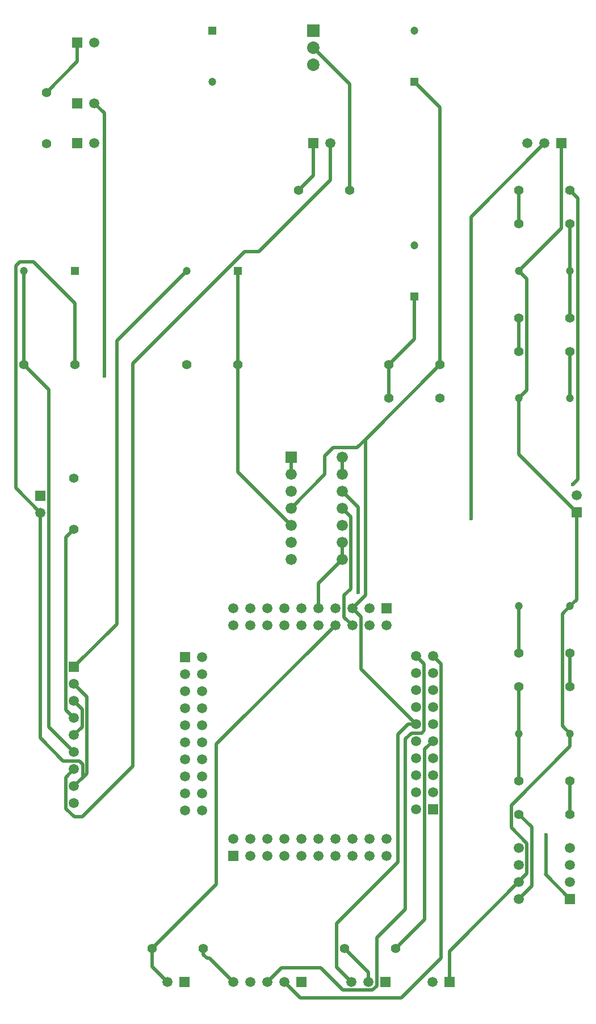
<source format=gtl>
G04 Layer_Physical_Order=1*
G04 Layer_Color=255*
%FSLAX25Y25*%
%MOIN*%
G70*
G01*
G75*
%ADD10C,0.01968*%
%ADD11C,0.05900*%
%ADD12R,0.05900X0.05900*%
%ADD13C,0.06600*%
%ADD14R,0.06600X0.06600*%
%ADD15C,0.04724*%
%ADD16R,0.04724X0.04724*%
%ADD17R,0.04724X0.04724*%
%ADD18C,0.05905*%
%ADD19R,0.05905X0.05905*%
%ADD20R,0.05905X0.05905*%
%ADD21C,0.07323*%
%ADD22R,0.07323X0.07323*%
%ADD23C,0.05512*%
%ADD24C,0.02362*%
D10*
X279528Y57244D02*
X325116Y102832D01*
X216535Y317402D02*
X221650Y312287D01*
X336221Y102825D02*
Y125591D01*
X335950Y102554D02*
X336221Y102825D01*
X335950Y102554D02*
X350394Y88110D01*
X216535Y327402D02*
X225850Y318087D01*
X186535Y337402D02*
Y347402D01*
X216535Y337402D02*
Y347402D01*
Y287402D02*
Y297402D01*
X202520Y273386D02*
X216535Y287402D01*
X320394Y88110D02*
X327872Y95588D01*
X155158Y338779D02*
X186535Y307402D01*
X217750Y266250D02*
X221650Y270150D01*
X217750Y253431D02*
Y266250D01*
Y253431D02*
X222520Y248661D01*
X325116Y102832D02*
Y120684D01*
X327872Y95588D02*
Y130357D01*
X29488Y401575D02*
Y456693D01*
X350433Y212598D02*
Y232283D01*
Y137795D02*
Y157480D01*
X320433Y409449D02*
Y429134D01*
Y484252D02*
Y503937D01*
X320433Y157480D02*
Y171250D01*
X320433Y171250D02*
X320433Y171250D01*
X320433Y171250D02*
Y185039D01*
Y198750D01*
X320433Y198750D01*
Y212598D01*
X350433Y429134D02*
Y456693D01*
Y484252D01*
X320433Y232283D02*
Y246050D01*
X320433Y246050D02*
X320433Y246050D01*
X320433Y246050D02*
Y259842D01*
X350433Y381890D02*
Y409449D01*
X155158Y401575D02*
Y429050D01*
X155157Y429050D02*
X155158Y429050D01*
X155157Y429050D02*
Y456693D01*
X244055Y381890D02*
Y401575D01*
X345850Y189623D02*
X350433Y185039D01*
X345850Y189623D02*
Y255259D01*
X350433Y259842D01*
X221650Y270150D02*
Y312287D01*
X199606Y587638D02*
X220906Y566339D01*
Y503937D02*
Y566339D01*
X155158Y338779D02*
Y401575D01*
X350433Y177733D02*
Y185039D01*
X315850Y143150D02*
X350433Y177733D01*
X315850Y129950D02*
Y143150D01*
Y129950D02*
X325116Y120684D01*
X202520Y258661D02*
Y273386D01*
X42913Y561457D02*
X61024Y579567D01*
Y590551D01*
X218071Y59055D02*
X232126Y45000D01*
Y39370D02*
Y45000D01*
X135079Y55320D02*
Y59055D01*
Y55320D02*
X137150Y53250D01*
X138640D01*
X152520Y39370D01*
X54250Y300273D02*
X59055Y305079D01*
X54250Y198979D02*
Y300273D01*
Y198979D02*
X59055Y194173D01*
X39370Y182529D02*
Y314803D01*
Y182529D02*
X52750Y169150D01*
X62250D01*
X64250Y167150D01*
Y159368D02*
Y167150D01*
X59055Y154173D02*
X64250Y159368D01*
X351850Y331250D02*
X355050Y334450D01*
Y499320D01*
X350433Y503937D02*
X355050Y499320D01*
X182520Y39370D02*
X191940Y29950D01*
X251150D01*
X274650Y53450D01*
Y225902D01*
X269843Y230709D02*
X274650Y225902D01*
X259843Y230709D02*
X264650Y225902D01*
Y186933D02*
Y225902D01*
X263150Y185433D02*
X264650Y186933D01*
X257150Y185433D02*
X263150D01*
X253650Y181933D02*
X257150Y185433D01*
X253650Y82050D02*
Y181933D01*
X236950Y65350D02*
X253650Y82050D01*
X236950Y37150D02*
Y65350D01*
X234350Y34550D02*
X236950Y37150D01*
X217050Y34550D02*
X234350D01*
X203850Y47750D02*
X217050Y34550D01*
X180899Y47750D02*
X203850D01*
X172520Y39370D02*
X180899Y47750D01*
X59055Y204173D02*
X63850Y199379D01*
Y188968D02*
Y199379D01*
X59055Y184173D02*
X63850Y188968D01*
X29488Y401575D02*
X44150Y386913D01*
Y189079D02*
Y386913D01*
Y189079D02*
X59055Y174173D01*
Y224173D02*
X84250Y249368D01*
Y415785D01*
X125157Y456693D01*
X320433Y137795D02*
X327872Y130357D01*
X105079Y48307D02*
X114016Y39370D01*
X105079Y48307D02*
Y59055D01*
X142750Y178891D02*
X212520Y248661D01*
X142750Y96726D02*
Y178891D01*
X105079Y59055D02*
X142750Y96726D01*
X190906Y503937D02*
X199606Y512638D01*
Y531496D01*
X248071Y59055D02*
X265050Y76034D01*
Y175916D01*
X269843Y180709D01*
X209606Y510106D02*
Y531496D01*
X167650Y468150D02*
X209606Y510106D01*
X159250Y468150D02*
X167650D01*
X93550Y402450D02*
X159250Y468150D01*
X93550Y165950D02*
Y402450D01*
X63850Y136250D02*
X93550Y165950D01*
X59150Y136250D02*
X63850D01*
X54250Y141150D02*
X59150Y136250D01*
X54250Y141150D02*
Y159368D01*
X59055Y164173D01*
X320433Y456693D02*
X325050Y452076D01*
Y386506D02*
Y452076D01*
X320433Y381890D02*
X325050Y386506D01*
X320433Y348858D02*
X354331Y314961D01*
X320433Y348858D02*
Y381890D01*
Y456693D02*
X345433Y481693D01*
Y531496D01*
X350433Y259842D02*
X354331Y263740D01*
Y314961D01*
X279528Y39370D02*
Y57244D01*
X59488Y401575D02*
Y437611D01*
X35150Y461950D02*
X59488Y437611D01*
X27150Y461950D02*
X35150D01*
X24950Y459750D02*
X27150Y461950D01*
X24950Y329224D02*
Y459750D01*
Y329224D02*
X39370Y314803D01*
X59055Y214173D02*
X66650Y206579D01*
Y161768D02*
Y206579D01*
X292250Y488313D02*
X335433Y531496D01*
X292250Y311250D02*
Y488313D01*
X255351Y190709D02*
X259843D01*
X249350Y184707D02*
X255351Y190709D01*
X249350Y109650D02*
Y184707D01*
X213450Y73750D02*
X249350Y109650D01*
X213450Y48046D02*
Y73750D01*
Y48046D02*
X222126Y39370D01*
X211150Y352950D02*
X225430D01*
X206350Y348150D02*
X211150Y352950D01*
X206350Y337216D02*
Y348150D01*
X186535Y317402D02*
X206350Y337216D01*
X222520Y258661D02*
X230150Y266291D01*
Y357669D01*
X227550Y223002D02*
X259843Y190709D01*
X227550Y223002D02*
Y253631D01*
X222520Y258661D02*
X227550Y253631D01*
X274055Y401575D02*
Y552677D01*
X259055Y567677D02*
X274055Y552677D01*
X71024Y555118D02*
X76850Y549292D01*
Y395050D02*
Y549292D01*
X225850Y268050D02*
Y318087D01*
X244055Y401575D02*
X259055Y416575D01*
Y441693D01*
X64250Y159368D02*
X66650Y161768D01*
X225430Y352950D02*
X230150Y357669D01*
X274055Y401575D01*
D11*
X320394Y88110D02*
D03*
Y98110D02*
D03*
Y108110D02*
D03*
Y118110D02*
D03*
X350394D02*
D03*
Y108110D02*
D03*
Y98110D02*
D03*
D12*
Y88110D02*
D03*
D13*
X216535Y347165D02*
D03*
Y337165D02*
D03*
Y327165D02*
D03*
Y317165D02*
D03*
Y307165D02*
D03*
Y297165D02*
D03*
Y287165D02*
D03*
X186535D02*
D03*
Y297165D02*
D03*
Y307165D02*
D03*
Y317165D02*
D03*
Y327165D02*
D03*
Y337165D02*
D03*
D14*
Y347165D02*
D03*
D15*
X140157Y567677D02*
D03*
X259055Y597677D02*
D03*
Y471693D02*
D03*
X320433Y456693D02*
D03*
X350433D02*
D03*
X320433Y381890D02*
D03*
X350433D02*
D03*
X125157Y456693D02*
D03*
X350433Y185039D02*
D03*
X320433D02*
D03*
X350433Y259842D02*
D03*
X320433D02*
D03*
X29488Y456693D02*
D03*
D16*
X140157Y597677D02*
D03*
X259055Y567677D02*
D03*
Y441693D02*
D03*
D17*
X155157Y456693D02*
D03*
X59488D02*
D03*
D18*
X354331Y324961D02*
D03*
X39370Y314803D02*
D03*
X209606Y531496D02*
D03*
X114016Y39370D02*
D03*
X59055Y214173D02*
D03*
Y144173D02*
D03*
Y154173D02*
D03*
Y164173D02*
D03*
Y174173D02*
D03*
Y184173D02*
D03*
Y194173D02*
D03*
Y204173D02*
D03*
X71024Y590551D02*
D03*
X182520Y39370D02*
D03*
X172520D02*
D03*
X162520D02*
D03*
X152520D02*
D03*
X269528D02*
D03*
X222126D02*
D03*
X232126D02*
D03*
X325433Y531496D02*
D03*
X335433D02*
D03*
X71024Y555118D02*
D03*
X71024Y531496D02*
D03*
X259843Y230709D02*
D03*
X269843D02*
D03*
X259843Y220709D02*
D03*
X269843D02*
D03*
X259843Y210709D02*
D03*
X269843D02*
D03*
X259843Y200709D02*
D03*
X269843D02*
D03*
X259843Y190709D02*
D03*
X269843D02*
D03*
X259843Y180709D02*
D03*
X269843D02*
D03*
X259843Y170709D02*
D03*
X269843D02*
D03*
X259843Y160709D02*
D03*
X269843D02*
D03*
X259843Y150709D02*
D03*
X269843D02*
D03*
X259843Y140709D02*
D03*
X152520Y248661D02*
D03*
Y258661D02*
D03*
X162520Y248661D02*
D03*
Y258661D02*
D03*
X172520Y248661D02*
D03*
Y258661D02*
D03*
X182520Y248661D02*
D03*
Y258661D02*
D03*
X192520Y248661D02*
D03*
Y258661D02*
D03*
X202520Y248661D02*
D03*
Y258661D02*
D03*
X212520Y248661D02*
D03*
Y258661D02*
D03*
X222520Y248661D02*
D03*
Y258661D02*
D03*
X232520Y248661D02*
D03*
Y258661D02*
D03*
X242520Y248661D02*
D03*
X134252Y140079D02*
D03*
X124252D02*
D03*
X134252Y150079D02*
D03*
X124252D02*
D03*
X134252Y160079D02*
D03*
X124252D02*
D03*
X134252Y170079D02*
D03*
X124252D02*
D03*
X134252Y180079D02*
D03*
X124252D02*
D03*
X134252Y190079D02*
D03*
X124252D02*
D03*
X134252Y200079D02*
D03*
X124252D02*
D03*
X134252Y210079D02*
D03*
X124252D02*
D03*
X134252Y220079D02*
D03*
X124252D02*
D03*
X134252Y230079D02*
D03*
X242520Y123386D02*
D03*
Y113386D02*
D03*
X232520Y123386D02*
D03*
Y113386D02*
D03*
X222520Y123386D02*
D03*
Y113386D02*
D03*
X212520Y123386D02*
D03*
Y113386D02*
D03*
X202520Y123386D02*
D03*
Y113386D02*
D03*
X192520Y123386D02*
D03*
Y113386D02*
D03*
X182520Y123386D02*
D03*
Y113386D02*
D03*
X172520Y123386D02*
D03*
Y113386D02*
D03*
X162520Y123386D02*
D03*
Y113386D02*
D03*
X152520Y123386D02*
D03*
D19*
X354331Y314961D02*
D03*
X39370Y324803D02*
D03*
X59055Y224173D02*
D03*
X269843Y140709D02*
D03*
X124252Y230079D02*
D03*
D20*
X199606Y531496D02*
D03*
X124016Y39370D02*
D03*
X61024Y590551D02*
D03*
X192520Y39370D02*
D03*
X279528D02*
D03*
X242126D02*
D03*
X345433Y531496D02*
D03*
X61024Y555118D02*
D03*
X61024Y531496D02*
D03*
X242520Y258661D02*
D03*
X152520Y113386D02*
D03*
D21*
X199606Y577638D02*
D03*
Y587638D02*
D03*
D22*
Y597638D02*
D03*
D23*
X59055Y305079D02*
D03*
Y335079D02*
D03*
X220906Y503937D02*
D03*
X190906D02*
D03*
X135079Y59055D02*
D03*
X105079D02*
D03*
X218071D02*
D03*
X248071D02*
D03*
X244055Y401575D02*
D03*
X274055D02*
D03*
Y381890D02*
D03*
X244055D02*
D03*
X350433Y503937D02*
D03*
X320433D02*
D03*
Y484252D02*
D03*
X350433D02*
D03*
Y429134D02*
D03*
X320433D02*
D03*
Y409449D02*
D03*
X350433D02*
D03*
X42913Y561457D02*
D03*
Y531457D02*
D03*
X125158Y401575D02*
D03*
X155158D02*
D03*
X320433Y137795D02*
D03*
X350433D02*
D03*
Y157480D02*
D03*
X320433D02*
D03*
Y212598D02*
D03*
X350433D02*
D03*
Y232283D02*
D03*
X320433D02*
D03*
X59488Y401575D02*
D03*
X29488D02*
D03*
D24*
X336221Y125591D02*
D03*
X351850Y331250D02*
D03*
X292250Y311250D02*
D03*
X76850Y395050D02*
D03*
X225850Y268050D02*
D03*
M02*

</source>
